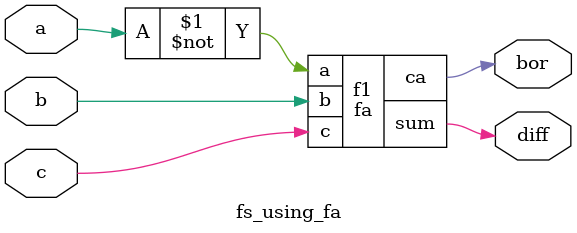
<source format=v>
module fa(input a,b,c,output sum,ca);
 assign sum= a^b^c;
 assign ca = (a&b)|(b&c)|(c&a);
 
endmodule


module fs_using_fa(input a,b,c,output diff, bor);

fa f1(~a,b,c,diff,bor);
endmodule
</source>
